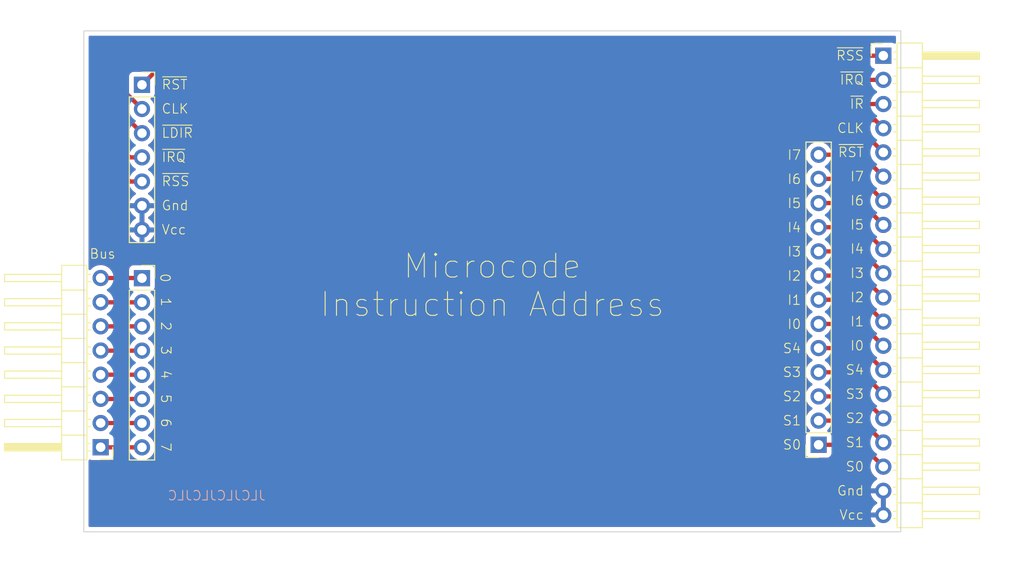
<source format=kicad_pcb>
(kicad_pcb (version 20211014) (generator pcbnew)
  (layers (0 "F.Cu" signal) (31 "B.Cu" signal) (34 "B.Paste" user) (35 "F.Paste" user) (36 "B.SilkS" user "B.Silkscreen") (37 "F.SilkS" user "F.Silkscreen") (38 "B.Mask" user) (39 "F.Mask" user) (44 "Edge.Cuts" user))
  (net 0 "")
  (net 1 "BUS0")
  (net 2 "BUS1")
  (net 3 "BUS2")
  (net 4 "BUS3")
  (net 5 "BUS4")
  (net 6 "BUS5")
  (net 7 "BUS6")
  (net 8 "BUS7")
  (net 9 "STEP0")
  (net 10 "STEP1")
  (net 11 "STEP2")
  (net 12 "STEP3")
  (net 13 "INSTRUCTION0")
  (net 14 "INSTRUCTION1")
  (net 15 "INSTRUCTION2")
  (net 16 "INSTRUCTION3")
  (net 17 "INSTRUCTION4")
  (net 18 "INSTRUCTION5")
  (net 19 "INSTRUCTION6")
  (net 20 "INSTRUCTION7")
  (net 21 "~{RESET}")
  (net 22 "CLOCK")
  (net 23 "~{LD_IR}")
  (net 24 "~{INT_REQUEST}")
  (net 25 "~{RESET_STEP}")
  (net 26 "GND")
  (net 27 "STEP4")
  (footprint "Connector_PinSocket_2.54mm:PinSocket_1x08_P2.54mm_Vertical" (layer "F.Cu") (at 105.943 84.597)
    (fp_text reference "J2" hide)
    (fp_text value "Conn_01x08" hide)
    (fp_line (start -1.33 19.11) (end 1.33 19.11) (layer "F.SilkS") (width 0.12))
    (fp_line (start 1.33 -1.33) (end 1.33 0) (layer "F.SilkS") (width 0.12))
    (fp_line (start 0 -1.33) (end 1.33 -1.33) (layer "F.SilkS") (width 0.12))
    (fp_line (start 1.33 1.27) (end 1.33 19.11) (layer "F.SilkS") (width 0.12))
    (fp_line (start -1.33 1.27) (end -1.33 19.11) (layer "F.SilkS") (width 0.12))
    (fp_line (start -1.33 1.27) (end 1.33 1.27) (layer "F.SilkS") (width 0.12))
    (pad "1" thru_hole rect locked (at 0 0) (size 1.7 1.7) (drill 1) (layers *.Cu *.Mask) (net 1 "BUS0"))
    (pad "2" thru_hole oval locked (at 0 2.54) (size 1.7 1.7) (drill 1) (layers *.Cu *.Mask) (net 2 "BUS1"))
    (pad "3" thru_hole oval locked (at 0 5.08) (size 1.7 1.7) (drill 1) (layers *.Cu *.Mask) (net 3 "BUS2"))
    (pad "4" thru_hole oval locked (at 0 7.62) (size 1.7 1.7) (drill 1) (layers *.Cu *.Mask) (net 4 "BUS3"))
    (pad "5" thru_hole oval locked (at 0 10.16) (size 1.7 1.7) (drill 1) (layers *.Cu *.Mask) (net 5 "BUS4"))
    (pad "6" thru_hole oval locked (at 0 12.7) (size 1.7 1.7) (drill 1) (layers *.Cu *.Mask) (net 6 "BUS5"))
    (pad "7" thru_hole oval locked (at 0 15.24) (size 1.7 1.7) (drill 1) (layers *.Cu *.Mask) (net 7 "BUS6"))
    (pad "8" thru_hole oval locked (at 0 17.78) (size 1.7 1.7) (drill 1) (layers *.Cu *.Mask) (net 8 "BUS7"))
  )
  (footprint "Connector_PinSocket_2.54mm:PinSocket_1x13_P2.54mm_Vertical" (layer "F.Cu") (at 177.038 102.108 180)
    (fp_text reference "J3" hide)
    (fp_text value "Conn_01x13" hide)
    (fp_line (start -1.33 31.81) (end 1.33 31.81) (layer "F.SilkS") (width 0.12))
    (fp_line (start -1.33 1.27) (end -1.33 31.81) (layer "F.SilkS") (width 0.12))
    (fp_line (start 1.33 1.27) (end 1.33 31.81) (layer "F.SilkS") (width 0.12))
    (fp_line (start 0 -1.33) (end 1.33 -1.33) (layer "F.SilkS") (width 0.12))
    (fp_line (start 1.33 -1.33) (end 1.33 0) (layer "F.SilkS") (width 0.12))
    (fp_line (start -1.33 1.27) (end 1.33 1.27) (layer "F.SilkS") (width 0.12))
    (pad "1" thru_hole rect locked (at 0 0 180) (size 1.7 1.7) (drill 1) (layers *.Cu *.Mask) (net 9 "STEP0"))
    (pad "2" thru_hole oval locked (at 0 2.54 180) (size 1.7 1.7) (drill 1) (layers *.Cu *.Mask) (net 10 "STEP1"))
    (pad "3" thru_hole oval locked (at 0 5.08 180) (size 1.7 1.7) (drill 1) (layers *.Cu *.Mask) (net 11 "STEP2"))
    (pad "4" thru_hole oval locked (at 0 7.62 180) (size 1.7 1.7) (drill 1) (layers *.Cu *.Mask) (net 12 "STEP3"))
    (pad "5" thru_hole oval locked (at 0 10.16 180) (size 1.7 1.7) (drill 1) (layers *.Cu *.Mask) (net 27 "STEP4"))
    (pad "6" thru_hole oval locked (at 0 12.7 180) (size 1.7 1.7) (drill 1) (layers *.Cu *.Mask) (net 13 "INSTRUCTION0"))
    (pad "7" thru_hole oval locked (at 0 15.24 180) (size 1.7 1.7) (drill 1) (layers *.Cu *.Mask) (net 14 "INSTRUCTION1"))
    (pad "8" thru_hole oval locked (at 0 17.78 180) (size 1.7 1.7) (drill 1) (layers *.Cu *.Mask) (net 15 "INSTRUCTION2"))
    (pad "9" thru_hole oval locked (at 0 20.32 180) (size 1.7 1.7) (drill 1) (layers *.Cu *.Mask) (net 16 "INSTRUCTION3"))
    (pad "10" thru_hole oval locked (at 0 22.86 180) (size 1.7 1.7) (drill 1) (layers *.Cu *.Mask) (net 17 "INSTRUCTION4"))
    (pad "11" thru_hole oval locked (at 0 25.4 180) (size 1.7 1.7) (drill 1) (layers *.Cu *.Mask) (net 18 "INSTRUCTION5"))
    (pad "12" thru_hole oval locked (at 0 27.94 180) (size 1.7 1.7) (drill 1) (layers *.Cu *.Mask) (net 19 "INSTRUCTION6"))
    (pad "13" thru_hole oval locked (at 0 30.48 180) (size 1.7 1.7) (drill 1) (layers *.Cu *.Mask) (net 20 "INSTRUCTION7"))
  )
  (footprint "Connector_PinHeader_2.54mm:PinHeader_1x08_P2.54mm_Horizontal" (layer "F.Cu") (at 101.6 102.362242 180)
    (fp_text reference "J1" hide)
    (fp_text value "Conn_01x08" hide)
    (fp_line (start 4.1 12.32) (end 10.1 12.32) (layer "F.SilkS") (width 0.12))
    (fp_line (start 4.1 -1.33) (end 1.44 -1.33) (layer "F.SilkS") (width 0.12))
    (fp_line (start 10.1 -0.38) (end 10.1 0.38) (layer "F.SilkS") (width 0.12))
    (fp_line (start 10.1 14.86) (end 10.1 15.62) (layer "F.SilkS") (width 0.12))
    (fp_line (start 4.1 0.04) (end 10.1 0.04) (layer "F.SilkS") (width 0.12))
    (fp_line (start 10.1 7.24) (end 10.1 8) (layer "F.SilkS") (width 0.12))
    (fp_line (start 4.1 0.28) (end 10.1 0.28) (layer "F.SilkS") (width 0.12))
    (fp_line (start 1.11 -0.38) (end 1.44 -0.38) (layer "F.SilkS") (width 0.12))
    (fp_line (start 1.44 11.43) (end 4.1 11.43) (layer "F.SilkS") (width 0.12))
    (fp_line (start 4.1 -0.32) (end 10.1 -0.32) (layer "F.SilkS") (width 0.12))
    (fp_line (start 1.44 16.51) (end 4.1 16.51) (layer "F.SilkS") (width 0.12))
    (fp_line (start 1.11 0.38) (end 1.44 0.38) (layer "F.SilkS") (width 0.12))
    (fp_line (start 4.1 -0.38) (end 10.1 -0.38) (layer "F.SilkS") (width 0.12))
    (fp_line (start 1.44 6.35) (end 4.1 6.35) (layer "F.SilkS") (width 0.12))
    (fp_line (start 1.042929 12.32) (end 1.44 12.32) (layer "F.SilkS") (width 0.12))
    (fp_line (start 4.1 9.78) (end 10.1 9.78) (layer "F.SilkS") (width 0.12))
    (fp_line (start 1.44 -1.33) (end 1.44 19.11) (layer "F.SilkS") (width 0.12))
    (fp_line (start 10.1 4.7) (end 10.1 5.46) (layer "F.SilkS") (width 0.12))
    (fp_line (start 1.042929 14.86) (end 1.44 14.86) (layer "F.SilkS") (width 0.12))
    (fp_line (start 1.44 8.89) (end 4.1 8.89) (layer "F.SilkS") (width 0.12))
    (fp_line (start 1.042929 13.08) (end 1.44 13.08) (layer "F.SilkS") (width 0.12))
    (fp_line (start 4.1 7.24) (end 10.1 7.24) (layer "F.SilkS") (width 0.12))
    (fp_line (start 4.1 -0.08) (end 10.1 -0.08) (layer "F.SilkS") (width 0.12))
    (fp_line (start -1.27 -1.27) (end 0 -1.27) (layer "F.SilkS") (width 0.12))
    (fp_line (start 1.042929 15.62) (end 1.44 15.62) (layer "F.SilkS") (width 0.12))
    (fp_line (start 1.44 19.11) (end 4.1 19.11) (layer "F.SilkS") (width 0.12))
    (fp_line (start 10.1 8) (end 4.1 8) (layer "F.SilkS") (width 0.12))
    (fp_line (start 1.042929 2.16) (end 1.44 2.16) (layer "F.SilkS") (width 0.12))
    (fp_line (start 10.1 9.78) (end 10.1 10.54) (layer "F.SilkS") (width 0.12))
    (fp_line (start 1.042929 18.16) (end 1.44 18.16) (layer "F.SilkS") (width 0.12))
    (fp_line (start 1.042929 4.7) (end 1.44 4.7) (layer "F.SilkS") (width 0.12))
    (fp_line (start -1.27 0) (end -1.27 -1.27) (layer "F.SilkS") (width 0.12))
    (fp_line (start 10.1 13.08) (end 4.1 13.08) (layer "F.SilkS") (width 0.12))
    (fp_line (start 10.1 2.92) (end 4.1 2.92) (layer "F.SilkS") (width 0.12))
    (fp_line (start 1.042929 7.24) (end 1.44 7.24) (layer "F.SilkS") (width 0.12))
    (fp_line (start 4.1 17.4) (end 10.1 17.4) (layer "F.SilkS") (width 0.12))
    (fp_line (start 4.1 2.16) (end 10.1 2.16) (layer "F.SilkS") (width 0.12))
    (fp_line (start 1.042929 10.54) (end 1.44 10.54) (layer "F.SilkS") (width 0.12))
    (fp_line (start 4.1 4.7) (end 10.1 4.7) (layer "F.SilkS") (width 0.12))
    (fp_line (start 10.1 2.16) (end 10.1 2.92) (layer "F.SilkS") (width 0.12))
    (fp_line (start 1.042929 17.4) (end 1.44 17.4) (layer "F.SilkS") (width 0.12))
    (fp_line (start 1.44 13.97) (end 4.1 13.97) (layer "F.SilkS") (width 0.12))
    (fp_line (start 10.1 5.46) (end 4.1 5.46) (layer "F.SilkS") (width 0.12))
    (fp_line (start 1.042929 9.78) (end 1.44 9.78) (layer "F.SilkS") (width 0.12))
    (fp_line (start 10.1 17.4) (end 10.1 18.16) (layer "F.SilkS") (width 0.12))
    (fp_line (start 1.44 1.27) (end 4.1 1.27) (layer "F.SilkS") (width 0.12))
    (fp_line (start 4.1 -0.2) (end 10.1 -0.2) (layer "F.SilkS") (width 0.12))
    (fp_line (start 10.1 10.54) (end 4.1 10.54) (layer "F.SilkS") (width 0.12))
    (fp_line (start 1.042929 8) (end 1.44 8) (layer "F.SilkS") (width 0.12))
    (fp_line (start 10.1 18.16) (end 4.1 18.16) (layer "F.SilkS") (width 0.12))
    (fp_line (start 4.1 14.86) (end 10.1 14.86) (layer "F.SilkS") (width 0.12))
    (fp_line (start 1.042929 2.92) (end 1.44 2.92) (layer "F.SilkS") (width 0.12))
    (fp_line (start 4.1 19.11) (end 4.1 -1.33) (layer "F.SilkS") (width 0.12))
    (fp_line (start 10.1 15.62) (end 4.1 15.62) (layer "F.SilkS") (width 0.12))
    (fp_line (start 1.042929 5.46) (end 1.44 5.46) (layer "F.SilkS") (width 0.12))
    (fp_line (start 4.1 0.16) (end 10.1 0.16) (layer "F.SilkS") (width 0.12))
    (fp_line (start 10.1 0.38) (end 4.1 0.38) (layer "F.SilkS") (width 0.12))
    (fp_line (start 1.44 3.81) (end 4.1 3.81) (layer "F.SilkS") (width 0.12))
    (fp_line (start 10.1 12.32) (end 10.1 13.08) (layer "F.SilkS") (width 0.12))
    (pad "1" thru_hole rect locked (at 0 0 180) (size 1.7 1.7) (drill 1) (layers *.Cu *.Mask) (net 8 "BUS7"))
    (pad "2" thru_hole oval locked (at 0 2.54 180) (size 1.7 1.7) (drill 1) (layers *.Cu *.Mask) (net 7 "BUS6"))
    (pad "3" thru_hole oval locked (at 0 5.08 180) (size 1.7 1.7) (drill 1) (layers *.Cu *.Mask) (net 6 "BUS5"))
    (pad "4" thru_hole oval locked (at 0 7.62 180) (size 1.7 1.7) (drill 1) (layers *.Cu *.Mask) (net 5 "BUS4"))
    (pad "5" thru_hole oval locked (at 0 10.16 180) (size 1.7 1.7) (drill 1) (layers *.Cu *.Mask) (net 4 "BUS3"))
    (pad "6" thru_hole oval locked (at 0 12.7 180) (size 1.7 1.7) (drill 1) (layers *.Cu *.Mask) (net 3 "BUS2"))
    (pad "7" thru_hole oval locked (at 0 15.24 180) (size 1.7 1.7) (drill 1) (layers *.Cu *.Mask) (net 2 "BUS1"))
    (pad "8" thru_hole oval locked (at 0 17.78 180) (size 1.7 1.7) (drill 1) (layers *.Cu *.Mask) (net 1 "BUS0"))
  )
  (footprint "Connector_PinHeader_2.54mm:PinHeader_1x20_P2.54mm_Horizontal" (layer "F.Cu") (at 183.839 61.224)
    (fp_text reference "J4" hide)
    (fp_text value "Conn_01x20" hide)
    (fp_line (start 1.44 8.89) (end 4.1 8.89) (layer "F.SilkS") (width 0.12))
    (fp_line (start 10.1 14.86) (end 10.1 15.62) (layer "F.SilkS") (width 0.12))
    (fp_line (start 1.042929 14.86) (end 1.44 14.86) (layer "F.SilkS") (width 0.12))
    (fp_line (start 10.1 2.92) (end 4.1 2.92) (layer "F.SilkS") (width 0.12))
    (fp_line (start 1.44 21.59) (end 4.1 21.59) (layer "F.SilkS") (width 0.12))
    (fp_line (start 10.1 19.94) (end 10.1 20.7) (layer "F.SilkS") (width 0.12))
    (fp_line (start 1.44 11.43) (end 4.1 11.43) (layer "F.SilkS") (width 0.12))
    (fp_line (start 10.1 42.8) (end 10.1 43.56) (layer "F.SilkS") (width 0.12))
    (fp_line (start 1.44 6.35) (end 4.1 6.35) (layer "F.SilkS") (width 0.12))
    (fp_line (start 10.1 20.7) (end 4.1 20.7) (layer "F.SilkS") (width 0.12))
    (fp_line (start 1.44 3.81) (end 4.1 3.81) (layer "F.SilkS") (width 0.12))
    (fp_line (start 1.44 29.21) (end 4.1 29.21) (layer "F.SilkS") (width 0.12))
    (fp_line (start 10.1 48.64) (end 4.1 48.64) (layer "F.SilkS") (width 0.12))
    (fp_line (start 10.1 2.16) (end 10.1 2.92) (layer "F.SilkS") (width 0.12))
    (fp_line (start 4.1 47.88) (end 10.1 47.88) (layer "F.SilkS") (width 0.12))
    (fp_line (start 1.44 24.13) (end 4.1 24.13) (layer "F.SilkS") (width 0.12))
    (fp_line (start 1.042929 35.18) (end 1.44 35.18) (layer "F.SilkS") (width 0.12))
    (fp_line (start 1.042929 13.08) (end 1.44 13.08) (layer "F.SilkS") (width 0.12))
    (fp_line (start 10.1 10.54) (end 4.1 10.54) (layer "F.SilkS") (width 0.12))
    (fp_line (start 4.1 40.26) (end 10.1 40.26) (layer "F.SilkS") (width 0.12))
    (fp_line (start 10.1 13.08) (end 4.1 13.08) (layer "F.SilkS") (width 0.12))
    (fp_line (start 10.1 32.64) (end 10.1 33.4) (layer "F.SilkS") (width 0.12))
    (fp_line (start 1.042929 27.56) (end 1.44 27.56) (layer "F.SilkS") (width 0.12))
    (fp_line (start 1.042929 40.26) (end 1.44 40.26) (layer "F.SilkS") (width 0.12))
    (fp_line (start 10.1 35.94) (end 4.1 35.94) (layer "F.SilkS") (width 0.12))
    (fp_line (start 1.042929 7.24) (end 1.44 7.24) (layer "F.SilkS") (width 0.12))
    (fp_line (start 1.042929 38.48) (end 1.44 38.48) (layer "F.SilkS") (width 0.12))
    (fp_line (start 10.1 41.02) (end 4.1 41.02) (layer "F.SilkS") (width 0.12))
    (fp_line (start 1.44 19.05) (end 4.1 19.05) (layer "F.SilkS") (width 0.12))
    (fp_line (start 1.042929 22.48) (end 1.44 22.48) (layer "F.SilkS") (width 0.12))
    (fp_line (start 10.1 30.86) (end 4.1 30.86) (layer "F.SilkS") (width 0.12))
    (fp_line (start 1.042929 41.02) (end 1.44 41.02) (layer "F.SilkS") (width 0.12))
    (fp_line (start 1.44 46.99) (end 4.1 46.99) (layer "F.SilkS") (width 0.12))
    (fp_line (start 1.042929 46.1) (end 1.44 46.1) (layer "F.SilkS") (width 0.12))
    (fp_line (start 10.1 7.24) (end 10.1 8) (layer "F.SilkS") (width 0.12))
    (fp_line (start 4.1 4.7) (end 10.1 4.7) (layer "F.SilkS") (width 0.12))
    (fp_line (start 1.042929 33.4) (end 1.44 33.4) (layer "F.SilkS") (width 0.12))
    (fp_line (start 10.1 38.48) (end 4.1 38.48) (layer "F.SilkS") (width 0.12))
    (fp_line (start 1.042929 18.16) (end 1.44 18.16) (layer "F.SilkS") (width 0.12))
    (fp_line (start 10.1 43.56) (end 4.1 43.56) (layer "F.SilkS") (width 0.12))
    (fp_line (start 10.1 25.02) (end 10.1 25.78) (layer "F.SilkS") (width 0.12))
    (fp_line (start 10.1 23.24) (end 4.1 23.24) (layer "F.SilkS") (width 0.12))
    (fp_line (start 4.1 17.4) (end 10.1 17.4) (layer "F.SilkS") (width 0.12))
    (fp_line (start 4.1 9.78) (end 10.1 9.78) (layer "F.SilkS") (width 0.12))
    (fp_line (start 1.042929 9.78) (end 1.44 9.78) (layer "F.SilkS") (width 0.12))
    (fp_line (start 4.1 12.32) (end 10.1 12.32) (layer "F.SilkS") (width 0.12))
    (fp_line (start 1.44 34.29) (end 4.1 34.29) (layer "F.SilkS") (width 0.12))
    (fp_line (start 1.042929 12.32) (end 1.44 12.32) (layer "F.SilkS") (width 0.12))
    (fp_line (start 10.1 35.18) (end 10.1 35.94) (layer "F.SilkS") (width 0.12))
    (fp_line (start 1.11 -0.38) (end 1.44 -0.38) (layer "F.SilkS") (width 0.12))
    (fp_line (start 4.1 45.34) (end 10.1 45.34) (layer "F.SilkS") (width 0.12))
    (fp_line (start 1.44 36.83) (end 4.1 36.83) (layer "F.SilkS") (width 0.12))
    (fp_line (start 1.44 44.45) (end 4.1 44.45) (layer "F.SilkS") (width 0.12))
    (fp_line (start 10.1 17.4) (end 10.1 18.16) (layer "F.SilkS") (width 0.12))
    (fp_line (start 1.042929 45.34) (end 1.44 45.34) (layer "F.SilkS") (width 0.12))
    (fp_line (start 4.1 2.16) (end 10.1 2.16) (layer "F.SilkS") (width 0.12))
    (fp_line (start 4.1 25.02) (end 10.1 25.02) (layer "F.SilkS") (width 0.12))
    (fp_line (start 4.1 0.16) (end 10.1 0.16) (layer "F.SilkS") (width 0.12))
    (fp_line (start 1.44 16.51) (end 4.1 16.51) (layer "F.SilkS") (width 0.12))
    (fp_line (start 1.042929 2.92) (end 1.44 2.92) (layer "F.SilkS") (width 0.12))
    (fp_line (start 1.042929 23.24) (end 1.44 23.24) (layer "F.SilkS") (width 0.12))
    (fp_line (start 4.1 7.24) (end 10.1 7.24) (layer "F.SilkS") (width 0.12))
    (fp_line (start 10.1 28.32) (end 4.1 28.32) (layer "F.SilkS") (width 0.12))
    (fp_line (start 10.1 46.1) (end 4.1 46.1) (layer "F.SilkS") (width 0.12))
    (fp_line (start 10.1 12.32) (end 10.1 13.08) (layer "F.SilkS") (width 0.12))
    (fp_line (start 1.042929 48.64) (end 1.44 48.64) (layer "F.SilkS") (width 0.12))
    (fp_line (start 10.1 22.48) (end 10.1 23.24) (layer "F.SilkS") (width 0.12))
    (fp_line (start 4.1 27.56) (end 10.1 27.56) (layer "F.SilkS") (width 0.12))
    (fp_line (start 1.042929 4.7) (end 1.44 4.7) (layer "F.SilkS") (width 0.12))
    (fp_line (start 1.042929 17.4) (end 1.44 17.4) (layer "F.SilkS") (width 0.12))
    (fp_line (start 4.1 -1.33) (end 1.44 -1.33) (layer "F.SilkS") (width 0.12))
    (fp_line (start 4.1 -0.32) (end 10.1 -0.32) (layer "F.SilkS") (width 0.12))
    (fp_line (start 10.1 0.38) (end 4.1 0.38) (layer "F.SilkS") (width 0.12))
    (fp_line (start 10.1 5.46) (end 4.1 5.46) (layer "F.SilkS") (width 0.12))
    (fp_line (start 4.1 30.1) (end 10.1 30.1) (layer "F.SilkS") (width 0.12))
    (fp_line (start 1.042929 30.86) (end 1.44 30.86) (layer "F.SilkS") (width 0.12))
    (fp_line (start -1.27 0) (end -1.27 -1.27) (layer "F.SilkS") (width 0.12))
    (fp_line (start 1.042929 8) (end 1.44 8) (layer "F.SilkS") (width 0.12))
    (fp_line (start 10.1 15.62) (end 4.1 15.62) (layer "F.SilkS") (width 0.12))
    (fp_line (start 1.11 0.38) (end 1.44 0.38) (layer "F.SilkS") (width 0.12))
    (fp_line (start 4.1 -0.2) (end 10.1 -0.2) (layer "F.SilkS") (width 0.12))
    (fp_line (start 10.1 45.34) (end 10.1 46.1) (layer "F.SilkS") (width 0.12))
    (fp_line (start 4.1 22.48) (end 10.1 22.48) (layer "F.SilkS") (width 0.12))
    (fp_line (start 1.042929 37.72) (end 1.44 37.72) (layer "F.SilkS") (width 0.12))
    (fp_line (start 1.44 13.97) (end 4.1 13.97) (layer "F.SilkS") (width 0.12))
    (fp_line (start 1.042929 25.02) (end 1.44 25.02) (layer "F.SilkS") (width 0.12))
    (fp_line (start 10.1 8) (end 4.1 8) (layer "F.SilkS") (width 0.12))
    (fp_line (start 1.042929 10.54) (end 1.44 10.54) (layer "F.SilkS") (width 0.12))
    (fp_line (start 1.042929 47.88) (end 1.44 47.88) (layer "F.SilkS") (width 0.12))
    (fp_line (start 10.1 40.26) (end 10.1 41.02) (layer "F.SilkS") (width 0.12))
    (fp_line (start 10.1 47.88) (end 10.1 48.64) (layer "F.SilkS") (width 0.12))
    (fp_line (start 10.1 9.78) (end 10.1 10.54) (layer "F.SilkS") (width 0.12))
    (fp_line (start 1.042929 30.1) (end 1.44 30.1) (layer "F.SilkS") (width 0.12))
    (fp_line (start 10.1 37.72) (end 10.1 38.48) (layer "F.SilkS") (width 0.12))
    (fp_line (start 4.1 42.8) (end 10.1 42.8) (layer "F.SilkS") (width 0.12))
    (fp_line (start 4.1 32.64) (end 10.1 32.64) (layer "F.SilkS") (width 0.12))
    (fp_line (start 1.44 1.27) (end 4.1 1.27) (layer "F.SilkS") (width 0.12))
    (fp_line (start 4.1 37.72) (end 10.1 37.72) (layer "F.SilkS") (width 0.12))
    (fp_line (start 1.042929 19.94) (end 1.44 19.94) (layer "F.SilkS") (width 0.12))
    (fp_line (start 4.1 19.94) (end 10.1 19.94) (layer "F.SilkS") (width 0.12))
    (fp_line (start 10.1 25.78) (end 4.1 25.78) (layer "F.SilkS") (width 0.12))
    (fp_line (start 1.042929 28.32) (end 1.44 28.32) (layer "F.SilkS") (width 0.12))
    (fp_line (start 1.44 -1.33) (end 1.44 49.59) (layer "F.SilkS") (width 0.12))
    (fp_line (start 4.1 49.59) (end 4.1 -1.33) (layer "F.SilkS") (width 0.12))
    (fp_line (start 4.1 14.86) (end 10.1 14.86) (layer "F.SilkS") (width 0.12))
    (fp_line (start 1.042929 25.78) (end 1.44 25.78) (layer "F.SilkS") (width 0.12))
    (fp_line (start 4.1 0.28) (end 10.1 0.28) (layer "F.SilkS") (width 0.12))
    (fp_line (start 4.1 0.04) (end 10.1 0.04) (layer "F.SilkS") (width 0.12))
    (fp_line (start -1.27 -1.27) (end 0 -1.27) (layer "F.SilkS") (width 0.12))
    (fp_line (start 1.44 41.91) (end 4.1 41.91) (layer "F.SilkS") (width 0.12))
    (fp_line (start 1.042929 20.7) (end 1.44 20.7) (layer "F.SilkS") (width 0.12))
    (fp_line (start 1.44 31.75) (end 4.1 31.75) (layer "F.SilkS") (width 0.12))
    (fp_line (start 1.042929 43.56) (end 1.44 43.56) (layer "F.SilkS") (width 0.12))
    (fp_line (start 10.1 18.16) (end 4.1 18.16) (layer "F.SilkS") (width 0.12))
    (fp_line (start 1.042929 32.64) (end 1.44 32.64) (layer "F.SilkS") (width 0.12))
    (fp_line (start 1.042929 42.8) (end 1.44 42.8) (layer "F.SilkS") (width 0.12))
    (fp_line (start 10.1 -0.38) (end 10.1 0.38) (layer "F.SilkS") (width 0.12))
    (fp_line (start 1.042929 35.94) (end 1.44 35.94) (layer "F.SilkS") (width 0.12))
    (fp_line (start 10.1 33.4) (end 4.1 33.4) (layer "F.SilkS") (width 0.12))
    (fp_line (start 1.042929 2.16) (end 1.44 2.16) (layer "F.SilkS") (width 0.12))
    (fp_line (start 1.042929 5.46) (end 1.44 5.46) (layer "F.SilkS") (width 0.12))
    (fp_line (start 4.1 -0.08) (end 10.1 -0.08) (layer "F.SilkS") (width 0.12))
    (fp_line (start 1.042929 15.62) (end 1.44 15.62) (layer "F.SilkS") (width 0.12))
    (fp_line (start 10.1 30.1) (end 10.1 30.86) (layer "F.SilkS") (width 0.12))
    (fp_line (start 1.44 26.67) (end 4.1 26.67) (layer "F.SilkS") (width 0.12))
    (fp_line (start 10.1 4.7) (end 10.1 5.46) (layer "F.SilkS") (width 0.12))
    (fp_line (start 4.1 -0.38) (end 10.1 -0.38) (layer "F.SilkS") (width 0.12))
    (fp_line (start 4.1 35.18) (end 10.1 35.18) (layer "F.SilkS") (width 0.12))
    (fp_line (start 1.44 49.59) (end 4.1 49.59) (layer "F.SilkS") (width 0.12))
    (fp_line (start 1.44 39.37) (end 4.1 39.37) (layer "F.SilkS") (width 0.12))
    (fp_line (start 10.1 27.56) (end 10.1 28.32) (layer "F.SilkS") (width 0.12))
    (pad "1" thru_hole rect locked (at 0 0) (size 1.7 1.7) (drill 1) (layers *.Cu *.Mask) (net 25 "~{RESET_STEP}"))
    (pad "2" thru_hole oval locked (at 0 2.54) (size 1.7 1.7) (drill 1) (layers *.Cu *.Mask) (net 24 "~{INT_REQUEST}"))
    (pad "3" thru_hole oval locked (at 0 5.08) (size 1.7 1.7) (drill 1) (layers *.Cu *.Mask) (net 23 "~{LD_IR}"))
    (pad "4" thru_hole oval locked (at 0 7.62) (size 1.7 1.7) (drill 1) (layers *.Cu *.Mask) (net 22 "CLOCK"))
    (pad "5" thru_hole oval locked (at 0 10.16) (size 1.7 1.7) (drill 1) (layers *.Cu *.Mask) (net 21 "~{RESET}"))
    (pad "6" thru_hole oval locked (at 0 12.7) (size 1.7 1.7) (drill 1) (layers *.Cu *.Mask) (net 20 "INSTRUCTION7"))
    (pad "7" thru_hole oval locked (at 0 15.24) (size 1.7 1.7) (drill 1) (layers *.Cu *.Mask) (net 19 "INSTRUCTION6"))
    (pad "8" thru_hole oval locked (at 0 17.78) (size 1.7 1.7) (drill 1) (layers *.Cu *.Mask) (net 18 "INSTRUCTION5"))
    (pad "9" thru_hole oval locked (at 0 20.32) (size 1.7 1.7) (drill 1) (layers *.Cu *.Mask) (net 17 "INSTRUCTION4"))
    (pad "10" thru_hole oval locked (at 0 22.86) (size 1.7 1.7) (drill 1) (layers *.Cu *.Mask) (net 16 "INSTRUCTION3"))
    (pad "11" thru_hole oval locked (at 0 25.4) (size 1.7 1.7) (drill 1) (layers *.Cu *.Mask) (net 15 "INSTRUCTION2"))
    (pad "12" thru_hole oval locked (at 0 27.94) (size 1.7 1.7) (drill 1) (layers *.Cu *.Mask) (net 14 "INSTRUCTION1"))
    (pad "13" thru_hole oval locked (at 0 30.48) (size 1.7 1.7) (drill 1) (layers *.Cu *.Mask) (net 13 "INSTRUCTION0"))
    (pad "14" thru_hole oval locked (at 0 33.02) (size 1.7 1.7) (drill 1) (layers *.Cu *.Mask) (net 27 "STEP4"))
    (pad "15" thru_hole oval locked (at 0 35.56) (size 1.7 1.7) (drill 1) (layers *.Cu *.Mask) (net 12 "STEP3"))
    (pad "16" thru_hole oval locked (at 0 38.1) (size 1.7 1.7) (drill 1) (layers *.Cu *.Mask) (net 11 "STEP2"))
    (pad "17" thru_hole oval locked (at 0 40.64) (size 1.7 1.7) (drill 1) (layers *.Cu *.Mask) (net 10 "STEP1"))
    (pad "18" thru_hole oval locked (at 0 43.18) (size 1.7 1.7) (drill 1) (layers *.Cu *.Mask) (net 9 "STEP0"))
    (pad "19" thru_hole oval locked (at 0 45.72) (size 1.7 1.7) (drill 1) (layers *.Cu *.Mask) (net 26 "GND"))
    (pad "20" thru_hole oval locked (at 0 48.26) (size 1.7 1.7) (drill 1) (layers *.Cu *.Mask) (net 26 "GND"))
  )
  (footprint "Connector_PinSocket_2.54mm:PinSocket_1x07_P2.54mm_Vertical" (layer "F.Cu") (at 105.943 64.287242)
    (fp_text reference "J5" hide)
    (fp_text value "Conn_01x07" hide)
    (fp_line (start -1.33 1.27) (end 1.33 1.27) (layer "F.SilkS") (width 0.12))
    (fp_line (start 0 -1.33) (end 1.33 -1.33) (layer "F.SilkS") (width 0.12))
    (fp_line (start 1.33 1.27) (end 1.33 16.57) (layer "F.SilkS") (width 0.12))
    (fp_line (start 1.33 -1.33) (end 1.33 0) (layer "F.SilkS") (width 0.12))
    (fp_line (start -1.33 16.57) (end 1.33 16.57) (layer "F.SilkS") (width 0.12))
    (fp_line (start -1.33 1.27) (end -1.33 16.57) (layer "F.SilkS") (width 0.12))
    (pad "1" thru_hole rect locked (at 0 0) (size 1.7 1.7) (drill 1) (layers *.Cu *.Mask) (net 21 "~{RESET}"))
    (pad "2" thru_hole oval locked (at 0 2.54) (size 1.7 1.7) (drill 1) (layers *.Cu *.Mask) (net 22 "CLOCK"))
    (pad "3" thru_hole oval locked (at 0 5.08) (size 1.7 1.7) (drill 1) (layers *.Cu *.Mask) (net 23 "~{LD_IR}"))
    (pad "4" thru_hole oval locked (at 0 7.62) (size 1.7 1.7) (drill 1) (layers *.Cu *.Mask) (net 24 "~{INT_REQUEST}"))
    (pad "5" thru_hole oval locked (at 0 10.16) (size 1.7 1.7) (drill 1) (layers *.Cu *.Mask) (net 25 "~{RESET_STEP}"))
    (pad "6" thru_hole oval locked (at 0 12.7) (size 1.7 1.7) (drill 1) (layers *.Cu *.Mask) (net 26 "GND"))
    (pad "7" thru_hole oval locked (at 0 15.24) (size 1.7 1.7) (drill 1) (layers *.Cu *.Mask) (net 26 "GND"))
  )
  (gr_rect (start 185.674 58.615595) (end 99.828166 111.252242) (layer "Edge.Cuts") (width 0.1) (fill none))
  (gr_text "JLCJLCJLCJLC" (at 113.792 107.442) (layer "B.SilkS") (effects (font (size 1 1) (thickness 0.1)) (justify mirror)))
  (gr_text "S1" (at 181.864 101.854) (layer "F.SilkS") (effects (font (size 1 1) (thickness 0.1)) (justify right)))
  (gr_text "S0" (at 181.864 104.394) (layer "F.SilkS") (effects (font (size 1 1) (thickness 0.1)) (justify right)))
  (gr_text "7" (at 108.458 102.347242 270) (layer "F.SilkS") (effects (font (size 1 1) (thickness 0.1))))
  (gr_text "~{RST}" (at 107.95 64.262242) (layer "F.SilkS") (effects (font (size 1 1) (thickness 0.1)) (justify left)))
  (gr_text "5" (at 108.458 97.267242 270) (layer "F.SilkS") (effects (font (size 1 1) (thickness 0.1))))
  (gr_text "I4" (at 181.864 81.534) (layer "F.SilkS") (effects (font (size 1 1) (thickness 0.1)) (justify right)))
  (gr_text "S0" (at 175.26 102.103) (layer "F.SilkS") (effects (font (size 1 1) (thickness 0.1)) (justify right)))
  (gr_text "I5" (at 175.26 76.738) (layer "F.SilkS") (effects (font (size 1 1) (thickness 0.1)) (justify right)))
  (gr_text "I6" (at 175.26 74.198) (layer "F.SilkS") (effects (font (size 1 1) (thickness 0.1)) (justify right)))
  (gr_text "6" (at 108.458 99.807242 270) (layer "F.SilkS") (effects (font (size 1 1) (thickness 0.1))))
  (gr_text "I5" (at 181.864 78.994) (layer "F.SilkS") (effects (font (size 1 1) (thickness 0.1)) (justify right)))
  (gr_text "3" (at 108.458 92.187242 270) (layer "F.SilkS") (effects (font (size 1 1) (thickness 0.1))))
  (gr_text "~{IRQ}" (at 181.864 63.754) (layer "F.SilkS") (effects (font (size 1 1) (thickness 0.1)) (justify right)))
  (gr_text "~{RST}" (at 181.864 71.374) (layer "F.SilkS") (effects (font (size 1 1) (thickness 0.1)) (justify right)))
  (gr_text "S2" (at 181.864 99.314) (layer "F.SilkS") (effects (font (size 1 1) (thickness 0.1)) (justify right)))
  (gr_text "0" (at 108.458 84.567242 90) (layer "F.SilkS") (effects (font (size 1 1) (thickness 0.1))))
  (gr_text "~{RSS}" (at 181.864 61.214) (layer "F.SilkS") (effects (font (size 1 1) (thickness 0.1)) (justify right)))
  (gr_text "~{IRQ}" (at 107.95 71.882242) (layer "F.SilkS") (effects (font (size 1 1) (thickness 0.1)) (justify left)))
  (gr_text "~{LDIR}" (at 107.95 69.342242) (layer "F.SilkS") (effects (font (size 1 1) (thickness 0.1)) (justify left)))
  (gr_text "I7" (at 181.864 73.914) (layer "F.SilkS") (effects (font (size 1 1) (thickness 0.1)) (justify right)))
  (gr_text "I1" (at 175.26 86.898) (layer "F.SilkS") (effects (font (size 1 1) (thickness 0.1)) (justify right)))
  (gr_text "I6" (at 181.864 76.454) (layer "F.SilkS") (effects (font (size 1 1) (thickness 0.1)) (justify right)))
  (gr_text "1" (at 108.458 87.107242 270) (layer "F.SilkS") (effects (font (size 1 1) (thickness 0.1))))
  (gr_text "Microcode\nInstruction Address" (at 142.748 85.344) (layer "F.SilkS") (effects (font (size 2.5 2.5) (thickness 0.1))))
  (gr_text "I3" (at 175.26 81.818) (layer "F.SilkS") (effects (font (size 1 1) (thickness 0.1)) (justify right)))
  (gr_text "~{RSS}" (at 107.95 74.422242) (layer "F.SilkS") (effects (font (size 1 1) (thickness 0.1)) (justify left)))
  (gr_text "I0" (at 175.26 89.438) (layer "F.SilkS") (effects (font (size 1 1) (thickness 0.1)) (justify right)))
  (gr_text "I4" (at 175.26 79.278) (layer "F.SilkS") (effects (font (size 1 1) (thickness 0.1)) (justify right)))
  (gr_text "Vcc" (at 107.95 79.502242) (layer "F.SilkS") (effects (font (size 1 1) (thickness 0.1)) (justify left)))
  (gr_text "S2" (at 175.26 97.023) (layer "F.SilkS") (effects (font (size 1 1) (thickness 0.1)) (justify right)))
  (gr_text "I2" (at 175.26 84.358) (layer "F.SilkS") (effects (font (size 1 1) (thickness 0.1)) (justify right)))
  (gr_text "Bus" (at 101.797 82.042) (layer "F.SilkS") (effects (font (size 1 1) (thickness 0.1))))
  (gr_text "S4" (at 175.26 91.978) (layer "F.SilkS") (effects (font (size 1 1) (thickness 0.1)) (justify right)))
  (gr_text "I7" (at 175.26 71.658) (layer "F.SilkS") (effects (font (size 1 1) (thickness 0.1)) (justify right)))
  (gr_text "~{IR}" (at 181.864 66.294) (layer "F.SilkS") (effects (font (size 1 1) (thickness 0.1)) (justify right)))
  (gr_text "4" (at 108.458 94.727242 270) (layer "F.SilkS") (effects (font (size 1 1) (thickness 0.1))))
  (gr_text "Gnd" (at 181.864 106.934) (layer "F.SilkS") (effects (font (size 1 1) (thickness 0.1)) (justify right)))
  (gr_text "CLK" (at 107.95 66.802242) (layer "F.SilkS") (effects (font (size 1 1) (thickness 0.1)) (justify left)))
  (gr_text "S1" (at 175.26 99.563) (layer "F.SilkS") (effects (font (size 1 1) (thickness 0.1)) (justify right)))
  (gr_text "S4" (at 181.864 94.234) (layer "F.SilkS") (effects (font (size 1 1) (thickness 0.1)) (justify right)))
  (gr_text "S3" (at 175.26 94.483) (layer "F.SilkS") (effects (font (size 1 1) (thickness 0.1)) (justify right)))
  (gr_text "S3" (at 181.864 96.774) (layer "F.SilkS") (effects (font (size 1 1) (thickness 0.1)) (justify right)))
  (gr_text "I1" (at 181.864 89.154) (layer "F.SilkS") (effects (font (size 1 1) (thickness 0.1)) (justify right)))
  (gr_text "I3" (at 181.864 84.074) (layer "F.SilkS") (effects (font (size 1 1) (thickness 0.1)) (justify right)))
  (gr_text "2" (at 108.458 89.647242 270) (layer "F.SilkS") (effects (font (size 1 1) (thickness 0.1))))
  (gr_text "Gnd" (at 107.95 76.962242) (layer "F.SilkS") (effects (font (size 1 1) (thickness 0.1)) (justify left)))
  (gr_text "I0" (at 181.864 91.694) (layer "F.SilkS") (effects (font (size 1 1) (thickness 0.1)) (justify right)))
  (gr_text "I2" (at 181.864 86.614) (layer "F.SilkS") (effects (font (size 1 1) (thickness 0.1)) (justify right)))
  (gr_text "CLK" (at 181.864 68.834) (layer "F.SilkS") (effects (font (size 1 1) (thickness 0.1)) (justify right)))
  (gr_text "Vcc" (at 181.864 109.474) (layer "F.SilkS") (effects (font (size 1 1) (thickness 0.1)) (justify right)))
  (segment (start 101.6 84.582242) (end 105.928242 84.582242) (width 0.45) (layer "F.Cu") (net 1))
  (segment (start 105.928242 84.582242) (end 105.943 84.597) (width 0.45) (layer "F.Cu") (net 1))
  (segment (start 105.943 87.137) (end 101.614758 87.137) (width 0.45) (layer "F.Cu") (net 2))
  (segment (start 101.614758 87.137) (end 101.6 87.122242) (width 0.45) (layer "F.Cu") (net 2))
  (segment (start 101.6 89.662242) (end 105.928242 89.662242) (width 0.45) (layer "F.Cu") (net 3))
  (segment (start 105.928242 89.662242) (end 105.943 89.677) (width 0.45) (layer "F.Cu") (net 3))
  (segment (start 105.943 92.217) (end 101.614758 92.217) (width 0.45) (layer "F.Cu") (net 4))
  (segment (start 101.614758 92.217) (end 101.6 92.202242) (width 0.45) (layer "F.Cu") (net 4))
  (segment (start 101.6 94.742242) (end 105.928242 94.742242) (width 0.45) (layer "F.Cu") (net 5))
  (segment (start 105.928242 94.742242) (end 105.943 94.757) (width 0.45) (layer "F.Cu") (net 5))
  (segment (start 105.943 97.297) (end 101.614758 97.297) (width 0.45) (layer "F.Cu") (net 6))
  (segment (start 101.614758 97.297) (end 101.6 97.282242) (width 0.45) (layer "F.Cu") (net 6))
  (segment (start 101.6 99.822242) (end 105.928242 99.822242) (width 0.45) (layer "F.Cu") (net 7))
  (segment (start 105.928242 99.822242) (end 105.943 99.837) (width 0.45) (layer "F.Cu") (net 7))
  (segment (start 101.614758 102.377) (end 101.6 102.362242) (width 0.45) (layer "F.Cu") (net 8))
  (segment (start 105.943 102.377) (end 101.614758 102.377) (width 0.45) (layer "F.Cu") (net 8))
  (segment (start 181.543 102.108) (end 177.038 102.108) (width 0.45) (layer "F.Cu") (net 9))
  (segment (start 183.839 104.404) (end 181.543 102.108) (width 0.45) (layer "F.Cu") (net 9))
  (segment (start 181.543 99.568) (end 177.038 99.568) (width 0.45) (layer "F.Cu") (net 10))
  (segment (start 183.839 101.864) (end 181.543 99.568) (width 0.45) (layer "F.Cu") (net 10))
  (segment (start 181.543 97.028) (end 177.038 97.028) (width 0.45) (layer "F.Cu") (net 11))
  (segment (start 183.839 99.324) (end 181.543 97.028) (width 0.45) (layer "F.Cu") (net 11))
  (segment (start 181.543 94.488) (end 177.038 94.488) (width 0.45) (layer "F.Cu") (net 12))
  (segment (start 183.839 96.784) (end 181.543 94.488) (width 0.45) (layer "F.Cu") (net 12))
  (segment (start 181.543 89.408) (end 177.038 89.408) (width 0.45) (layer "F.Cu") (net 13))
  (segment (start 183.839 91.704) (end 181.543 89.408) (width 0.45) (layer "F.Cu") (net 13))
  (segment (start 183.839 89.164) (end 181.543 86.868) (width 0.45) (layer "F.Cu") (net 14))
  (segment (start 181.543 86.868) (end 177.038 86.868) (width 0.45) (layer "F.Cu") (net 14))
  (segment (start 183.839 86.624) (end 181.543 84.328) (width 0.45) (layer "F.Cu") (net 15))
  (segment (start 181.543 84.328) (end 177.038 84.328) (width 0.45) (layer "F.Cu") (net 15))
  (segment (start 181.543 81.788) (end 177.038 81.788) (width 0.45) (layer "F.Cu") (net 16))
  (segment (start 183.839 84.084) (end 181.543 81.788) (width 0.45) (layer "F.Cu") (net 16))
  (segment (start 181.543 79.248) (end 177.038 79.248) (width 0.45) (layer "F.Cu") (net 17))
  (segment (start 183.839 81.544) (end 181.543 79.248) (width 0.45) (layer "F.Cu") (net 17))
  (segment (start 181.543 76.708) (end 177.038 76.708) (width 0.45) (layer "F.Cu") (net 18))
  (segment (start 183.839 79.004) (end 181.543 76.708) (width 0.45) (layer "F.Cu") (net 18))
  (segment (start 183.839 76.464) (end 181.543 74.168) (width 0.45) (layer "F.Cu") (net 19))
  (segment (start 181.543 74.168) (end 177.038 74.168) (width 0.45) (layer "F.Cu") (net 19))
  (segment (start 181.543 71.628) (end 177.038 71.628) (width 0.45) (layer "F.Cu") (net 20))
  (segment (start 183.839 73.924) (end 181.543 71.628) (width 0.45) (layer "F.Cu") (net 20))
  (segment (start 170.688 62.23) (end 108.000242 62.23) (width 0.45) (layer "F.Cu") (net 21))
  (segment (start 181.543 69.088) (end 177.546 69.088) (width 0.45) (layer "F.Cu") (net 21))
  (segment (start 108.000242 62.23) (end 105.943 64.287242) (width 0.45) (layer "F.Cu") (net 21))
  (segment (start 177.546 69.088) (end 170.688 62.23) (width 0.45) (layer "F.Cu") (net 21))
  (segment (start 183.839 71.384) (end 181.543 69.088) (width 0.45) (layer "F.Cu") (net 21))
  (segment (start 183.839 68.844) (end 182.989 67.994) (width 0.45) (layer "F.Cu") (net 22))
  (segment (start 177.408904 67.994) (end 170.882904 61.468) (width 0.45) (layer "F.Cu") (net 22))
  (segment (start 103.632003 61.468) (end 102.786533 62.31347) (width 0.45) (layer "F.Cu") (net 22))
  (segment (start 102.786533 62.31347) (end 102.786533 63.670775) (width 0.45) (layer "F.Cu") (net 22))
  (segment (start 182.989 67.994) (end 177.408904 67.994) (width 0.45) (layer "F.Cu") (net 22))
  (segment (start 102.786533 63.670775) (end 105.943 66.827242) (width 0.45) (layer "F.Cu") (net 22))
  (segment (start 170.882904 61.468) (end 103.632003 61.468) (width 0.45) (layer "F.Cu") (net 22))
  (segment (start 102.137022 65.561264) (end 102.137022 62.044433) (width 0.45) (layer "F.Cu") (net 23))
  (segment (start 176.637453 66.304) (end 183.839 66.304) (width 0.45) (layer "F.Cu") (net 23))
  (segment (start 102.137022 62.044433) (end 103.362966 60.818489) (width 0.45) (layer "F.Cu") (net 23))
  (segment (start 105.943 69.367242) (end 102.137022 65.561264) (width 0.45) (layer "F.Cu") (net 23))
  (segment (start 171.151941 60.818489) (end 176.637453 66.304) (width 0.45) (layer "F.Cu") (net 23))
  (segment (start 103.362966 60.818489) (end 171.151941 60.818489) (width 0.45) (layer "F.Cu") (net 23))
  (segment (start 183.839 63.764) (end 175.016 63.764) (width 0.45) (layer "F.Cu") (net 24))
  (segment (start 175.016 63.764) (end 171.420978 60.168978) (width 0.45) (layer "F.Cu") (net 24))
  (segment (start 101.487511 68.721511) (end 104.673242 71.907242) (width 0.45) (layer "F.Cu") (net 24))
  (segment (start 101.487511 61.775396) (end 101.487511 68.721511) (width 0.45) (layer "F.Cu") (net 24))
  (segment (start 103.093929 60.168978) (end 101.487511 61.775396) (width 0.45) (layer "F.Cu") (net 24))
  (segment (start 104.673242 71.907242) (end 105.943 71.907242) (width 0.45) (layer "F.Cu") (net 24))
  (segment (start 171.420978 60.168978) (end 103.093929 60.168978) (width 0.45) (layer "F.Cu") (net 24))
  (segment (start 100.838 70.612) (end 100.838 61.506359) (width 0.45) (layer "F.Cu") (net 25))
  (segment (start 105.943 74.447242) (end 104.673242 74.447242) (width 0.45) (layer "F.Cu") (net 25))
  (segment (start 171.787467 59.519467) (end 173.492 61.224) (width 0.45) (layer "F.Cu") (net 25))
  (segment (start 104.673242 74.447242) (end 100.838 70.612) (width 0.45) (layer "F.Cu") (net 25))
  (segment (start 173.492 61.224) (end 183.839 61.224) (width 0.45) (layer "F.Cu") (net 25))
  (segment (start 102.824892 59.519467) (end 171.787467 59.519467) (width 0.45) (layer "F.Cu") (net 25))
  (segment (start 100.838 61.506359) (end 102.824892 59.519467) (width 0.45) (layer "F.Cu") (net 25))
  (segment (start 183.839 94.244) (end 181.543 91.948) (width 0.45) (layer "F.Cu") (net 27))
  (segment (start 181.543 91.948) (end 177.038 91.948) (width 0.45) (layer "F.Cu") (net 27))
  (zone (net 26) (net_name "GND") (layer "F.Cu") (connect_pads (clearance 0.508)) (min_thickness 0.254) (fill yes (thermal_gap 0.508) (thermal_bridge_width 0.508))
    (polygon (pts (xy 196.596 113.538242) (xy 97.79 113.284242) (xy 97.288166 56.837595) (xy 198.374 56.388242)))
  )
  (zone (net 26) (net_name "GND") (layer "B.Cu") (connect_pads (clearance 0.508)) (min_thickness 0.254) (fill yes (thermal_gap 0.508) (thermal_bridge_width 0.508))
    (polygon (pts (xy 198.443675 114.554974) (xy 96.595841 113.480327) (xy 96.526166 56.329595) (xy 198.628 55.372242)))
  )
)
</source>
